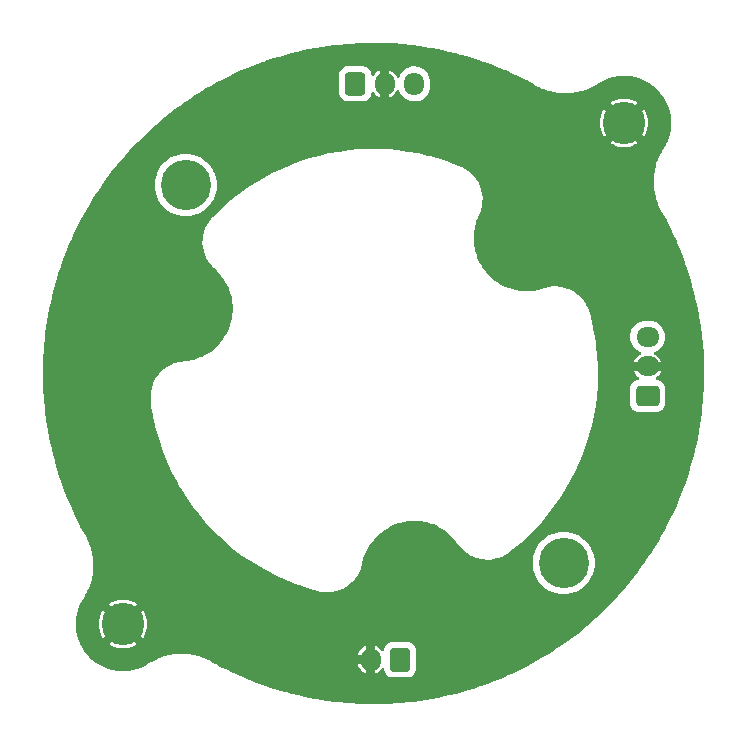
<source format=gbl>
G04 #@! TF.GenerationSoftware,KiCad,Pcbnew,7.0.7*
G04 #@! TF.CreationDate,2023-12-27T16:52:25+01:00*
G04 #@! TF.ProjectId,Roborock-CPAP,526f626f-726f-4636-9b2d-435041502e6b,rev?*
G04 #@! TF.SameCoordinates,Original*
G04 #@! TF.FileFunction,Copper,L2,Bot*
G04 #@! TF.FilePolarity,Positive*
%FSLAX46Y46*%
G04 Gerber Fmt 4.6, Leading zero omitted, Abs format (unit mm)*
G04 Created by KiCad (PCBNEW 7.0.7) date 2023-12-27 16:52:25*
%MOMM*%
%LPD*%
G01*
G04 APERTURE LIST*
G04 Aperture macros list*
%AMRoundRect*
0 Rectangle with rounded corners*
0 $1 Rounding radius*
0 $2 $3 $4 $5 $6 $7 $8 $9 X,Y pos of 4 corners*
0 Add a 4 corners polygon primitive as box body*
4,1,4,$2,$3,$4,$5,$6,$7,$8,$9,$2,$3,0*
0 Add four circle primitives for the rounded corners*
1,1,$1+$1,$2,$3*
1,1,$1+$1,$4,$5*
1,1,$1+$1,$6,$7*
1,1,$1+$1,$8,$9*
0 Add four rect primitives between the rounded corners*
20,1,$1+$1,$2,$3,$4,$5,0*
20,1,$1+$1,$4,$5,$6,$7,0*
20,1,$1+$1,$6,$7,$8,$9,0*
20,1,$1+$1,$8,$9,$2,$3,0*%
G04 Aperture macros list end*
G04 #@! TA.AperFunction,ComponentPad*
%ADD10C,3.600000*%
G04 #@! TD*
G04 #@! TA.AperFunction,ComponentPad*
%ADD11RoundRect,0.250000X0.725000X-0.600000X0.725000X0.600000X-0.725000X0.600000X-0.725000X-0.600000X0*%
G04 #@! TD*
G04 #@! TA.AperFunction,ComponentPad*
%ADD12O,1.950000X1.700000*%
G04 #@! TD*
G04 #@! TA.AperFunction,ComponentPad*
%ADD13RoundRect,0.250000X-0.600000X-0.725000X0.600000X-0.725000X0.600000X0.725000X-0.600000X0.725000X0*%
G04 #@! TD*
G04 #@! TA.AperFunction,ComponentPad*
%ADD14O,1.700000X1.950000*%
G04 #@! TD*
G04 #@! TA.AperFunction,ComponentPad*
%ADD15RoundRect,0.250000X0.600000X0.750000X-0.600000X0.750000X-0.600000X-0.750000X0.600000X-0.750000X0*%
G04 #@! TD*
G04 #@! TA.AperFunction,ComponentPad*
%ADD16O,1.700000X2.000000*%
G04 #@! TD*
G04 #@! TA.AperFunction,ComponentPad*
%ADD17C,4.250000*%
G04 #@! TD*
G04 APERTURE END LIST*
D10*
X132836798Y-116263203D03*
D11*
X177250000Y-96950000D03*
D12*
X177250000Y-94450000D03*
X177250000Y-91950000D03*
D13*
X152500000Y-70525000D03*
D14*
X155000000Y-70525000D03*
X157500000Y-70525000D03*
D10*
X175263204Y-73836797D03*
D15*
X156300000Y-119275000D03*
D16*
X153800000Y-119275000D03*
D17*
X138150000Y-79100000D03*
X170150000Y-111100000D03*
G04 #@! TA.AperFunction,Conductor*
G36*
X153909571Y-67053598D02*
G01*
X154272317Y-67055804D01*
X154833673Y-67063300D01*
X154856506Y-67063870D01*
X154878558Y-67064421D01*
X155315664Y-67083566D01*
X155869104Y-67111541D01*
X155932471Y-67115515D01*
X156356444Y-67150129D01*
X156902961Y-67198158D01*
X156983726Y-67206287D01*
X156983727Y-67206287D01*
X157393018Y-67255285D01*
X157933773Y-67323128D01*
X158030858Y-67336611D01*
X158278157Y-67375719D01*
X158424000Y-67398783D01*
X158797632Y-67459831D01*
X158959974Y-67486356D01*
X159072228Y-67506283D01*
X159447175Y-67580155D01*
X159980128Y-67687696D01*
X160106548Y-67715089D01*
X160460890Y-67798886D01*
X160992508Y-67926876D01*
X161097883Y-67953903D01*
X161132225Y-67962711D01*
X161462757Y-68054156D01*
X161995889Y-68203665D01*
X162147865Y-68248811D01*
X162449804Y-68344732D01*
X162988636Y-68517669D01*
X163152024Y-68572985D01*
X163417643Y-68668529D01*
X163969547Y-68868561D01*
X164143244Y-68934764D01*
X164358544Y-69021502D01*
X164936958Y-69255797D01*
X165014219Y-69288629D01*
X165102977Y-69326347D01*
X165120068Y-69333610D01*
X165255959Y-69394404D01*
X165889640Y-69678923D01*
X166079841Y-69768353D01*
X166826194Y-70137359D01*
X167013561Y-70234239D01*
X167720171Y-70616891D01*
X167837599Y-70680482D01*
X168022185Y-70784966D01*
X168022188Y-70784967D01*
X168022191Y-70784969D01*
X168262320Y-70895201D01*
X168327416Y-70928194D01*
X168340348Y-70931020D01*
X168368412Y-70943903D01*
X168406594Y-70961431D01*
X168406593Y-70961430D01*
X168467359Y-70983324D01*
X168703001Y-71068226D01*
X168746425Y-71085446D01*
X168753249Y-71086330D01*
X168804512Y-71104801D01*
X168871200Y-71122633D01*
X168874065Y-71124378D01*
X168888469Y-71127905D01*
X168888524Y-71127920D01*
X168917530Y-71135023D01*
X169072235Y-71176391D01*
X169213121Y-71214065D01*
X169213125Y-71214065D01*
X169213130Y-71214067D01*
X169213129Y-71214067D01*
X169251623Y-71220942D01*
X169295133Y-71228714D01*
X169302358Y-71232315D01*
X169381949Y-71244221D01*
X169629496Y-71288438D01*
X169753040Y-71299864D01*
X169756476Y-71300280D01*
X169787273Y-71304890D01*
X169787280Y-71304890D01*
X169787284Y-71304891D01*
X169829934Y-71307324D01*
X169839754Y-71307884D01*
X170050663Y-71327391D01*
X170200470Y-71328543D01*
X170203484Y-71328640D01*
X170244503Y-71330981D01*
X170294149Y-71329263D01*
X170473616Y-71330644D01*
X170652561Y-71316866D01*
X170702204Y-71315150D01*
X170702212Y-71315149D01*
X170702215Y-71315149D01*
X170719848Y-71312912D01*
X170742952Y-71309981D01*
X170745986Y-71309672D01*
X170895333Y-71298174D01*
X171104391Y-71264141D01*
X171156539Y-71257528D01*
X171186921Y-71250806D01*
X171190343Y-71250149D01*
X171312802Y-71230214D01*
X171556757Y-71168984D01*
X171561650Y-71167901D01*
X171603700Y-71158599D01*
X171603707Y-71158596D01*
X171633117Y-71152090D01*
X171642238Y-71147529D01*
X171723043Y-71127249D01*
X172012528Y-71027950D01*
X172039941Y-71019192D01*
X172039940Y-71019192D01*
X172040348Y-71019062D01*
X172040393Y-71019046D01*
X172054209Y-71014630D01*
X172057823Y-71012414D01*
X172058362Y-71012229D01*
X172123126Y-70990014D01*
X172172975Y-70968052D01*
X172178327Y-70967356D01*
X172221672Y-70946598D01*
X172510192Y-70819488D01*
X172510195Y-70819486D01*
X172510195Y-70819487D01*
X172539290Y-70803609D01*
X172574170Y-70784577D01*
X172584366Y-70782362D01*
X172649553Y-70743444D01*
X172881474Y-70616894D01*
X172881479Y-70616891D01*
X173010187Y-70531783D01*
X173010277Y-70531756D01*
X173056585Y-70501107D01*
X173059182Y-70499477D01*
X173295363Y-70359463D01*
X173335276Y-70335897D01*
X173363217Y-70319401D01*
X173365945Y-70317884D01*
X173432373Y-70283081D01*
X173434827Y-70281866D01*
X173604625Y-70202485D01*
X173729136Y-70145099D01*
X173732071Y-70143836D01*
X173748233Y-70137359D01*
X173791188Y-70120143D01*
X173964567Y-70058911D01*
X174110870Y-70008727D01*
X174113874Y-70007780D01*
X174162060Y-69993938D01*
X174342458Y-69949471D01*
X174504452Y-69911712D01*
X174507496Y-69911083D01*
X174542131Y-69904840D01*
X174731216Y-69877449D01*
X174905845Y-69855053D01*
X174908975Y-69854732D01*
X174927256Y-69853323D01*
X175126096Y-69844161D01*
X175268038Y-69840453D01*
X175310246Y-69839351D01*
X175315132Y-69839413D01*
X175522818Y-69850175D01*
X175564517Y-69853322D01*
X175707617Y-69864120D01*
X175712192Y-69864637D01*
X175917322Y-69895553D01*
X176100503Y-69928274D01*
X176104813Y-69929203D01*
X176305483Y-69979888D01*
X176485074Y-70031180D01*
X176489025Y-70032453D01*
X176683524Y-70102399D01*
X176857420Y-70171784D01*
X176861076Y-70173379D01*
X177047642Y-70261904D01*
X177213931Y-70348705D01*
X177217206Y-70350542D01*
X177394155Y-70456815D01*
X177551037Y-70560165D01*
X177553931Y-70562191D01*
X177718533Y-70684405D01*
X177720772Y-70686147D01*
X177865433Y-70804080D01*
X177867932Y-70806229D01*
X178019789Y-70943913D01*
X178021987Y-70946007D01*
X178153991Y-71078011D01*
X178156088Y-71080213D01*
X178290729Y-71228713D01*
X178293764Y-71232060D01*
X178295912Y-71234557D01*
X178332398Y-71279313D01*
X178413855Y-71379233D01*
X178415607Y-71381484D01*
X178537805Y-71546064D01*
X178539834Y-71548963D01*
X178643183Y-71705844D01*
X178749465Y-71882805D01*
X178751306Y-71886090D01*
X178838105Y-72052378D01*
X178926611Y-72238906D01*
X178928208Y-72242567D01*
X178997616Y-72416520D01*
X179067532Y-72610933D01*
X179068822Y-72614938D01*
X179086469Y-72676723D01*
X179120122Y-72794555D01*
X179170787Y-72995149D01*
X179171723Y-72999500D01*
X179204456Y-73182744D01*
X179235353Y-73387743D01*
X179235878Y-73392393D01*
X179249827Y-73577243D01*
X179260584Y-73784855D01*
X179260647Y-73789762D01*
X179255834Y-73973991D01*
X179246679Y-74172671D01*
X179245269Y-74190993D01*
X179244943Y-74194172D01*
X179222533Y-74368902D01*
X179195163Y-74557831D01*
X179188933Y-74592410D01*
X179188286Y-74595540D01*
X179150489Y-74757702D01*
X179106068Y-74937909D01*
X179092231Y-74986080D01*
X179091271Y-74989129D01*
X179041018Y-75135632D01*
X178979876Y-75308754D01*
X178978438Y-75312345D01*
X178956162Y-75367926D01*
X178954899Y-75370859D01*
X178897346Y-75495731D01*
X178818152Y-75665127D01*
X178816886Y-75667683D01*
X178782128Y-75734028D01*
X178780573Y-75736821D01*
X178740371Y-75804915D01*
X178600535Y-76040795D01*
X178598877Y-76043439D01*
X178570948Y-76085637D01*
X178570781Y-76085957D01*
X178483124Y-76218525D01*
X178483122Y-76218529D01*
X178453335Y-76273117D01*
X178356944Y-76449765D01*
X178319338Y-76512750D01*
X178315605Y-76525525D01*
X178308607Y-76538351D01*
X178280525Y-76589815D01*
X178203837Y-76763884D01*
X178153952Y-76877115D01*
X178133495Y-76919821D01*
X178132121Y-76926666D01*
X178110000Y-76976880D01*
X178109997Y-76976886D01*
X178109998Y-76976886D01*
X178109997Y-76976888D01*
X178087593Y-77042201D01*
X178085655Y-77044937D01*
X178078697Y-77066715D01*
X178072037Y-77087549D01*
X177991198Y-77323221D01*
X177981851Y-77350475D01*
X177972764Y-77376966D01*
X177972764Y-77376967D01*
X177952467Y-77457828D01*
X177948391Y-77464759D01*
X177931023Y-77543270D01*
X177869800Y-77787199D01*
X177869800Y-77787200D01*
X177849868Y-77909637D01*
X177849199Y-77913121D01*
X177842489Y-77943452D01*
X177842485Y-77943476D01*
X177835871Y-77995619D01*
X177801841Y-78204672D01*
X177790344Y-78353976D01*
X177790029Y-78357064D01*
X177784866Y-78397782D01*
X177784865Y-78397796D01*
X177783147Y-78447465D01*
X177769371Y-78626385D01*
X177770751Y-78805842D01*
X177769034Y-78855511D01*
X177771371Y-78896461D01*
X177771471Y-78899566D01*
X177772624Y-79049337D01*
X177792129Y-79260230D01*
X177795123Y-79312712D01*
X177795126Y-79312735D01*
X177799729Y-79343489D01*
X177800155Y-79347012D01*
X177811577Y-79470505D01*
X177855800Y-79718091D01*
X177867372Y-79795398D01*
X177871291Y-79804810D01*
X177885950Y-79886877D01*
X177925708Y-80035559D01*
X177964977Y-80182408D01*
X177972466Y-80212990D01*
X177972469Y-80213001D01*
X177975409Y-80225005D01*
X177977374Y-80228770D01*
X177995214Y-80295484D01*
X177995215Y-80295486D01*
X177995215Y-80295487D01*
X178013810Y-80347097D01*
X178014140Y-80352571D01*
X178032106Y-80397877D01*
X178138584Y-80693402D01*
X178169132Y-80759949D01*
X178170646Y-80770337D01*
X178205135Y-80838377D01*
X178228342Y-80888932D01*
X178252699Y-80941991D01*
X178315048Y-81077810D01*
X178418203Y-81260048D01*
X178419179Y-81261773D01*
X178865654Y-82086237D01*
X178962747Y-82274016D01*
X179331565Y-83019988D01*
X179421176Y-83210576D01*
X179705380Y-83843556D01*
X179766315Y-83979761D01*
X179844304Y-84163287D01*
X180049587Y-84670078D01*
X180078188Y-84740685D01*
X180165194Y-84956649D01*
X180231541Y-85130730D01*
X180431343Y-85682000D01*
X180526978Y-85947871D01*
X180582396Y-86111563D01*
X180755105Y-86649682D01*
X180851142Y-86951984D01*
X180896422Y-87104412D01*
X181045733Y-87636843D01*
X181137244Y-87967607D01*
X181173186Y-88107745D01*
X181301012Y-88638680D01*
X181384876Y-88993299D01*
X181412380Y-89120238D01*
X181519750Y-89652346D01*
X181593687Y-90027615D01*
X181613689Y-90140294D01*
X181701158Y-90675632D01*
X181763374Y-91069052D01*
X181776910Y-91166521D01*
X181844673Y-91706647D01*
X181893696Y-92116117D01*
X181901868Y-92197322D01*
X181949848Y-92743279D01*
X181984473Y-93167372D01*
X181988480Y-93231294D01*
X182016424Y-93784121D01*
X182035573Y-94221283D01*
X182036706Y-94266746D01*
X182044193Y-94827374D01*
X182046925Y-95276409D01*
X182046594Y-95302276D01*
X182033049Y-95871359D01*
X182031217Y-95929313D01*
X182018511Y-96331202D01*
X182018432Y-96332757D01*
X182018255Y-96336245D01*
X181982954Y-96914716D01*
X181950785Y-97378212D01*
X181893931Y-97955891D01*
X181844076Y-98420117D01*
X181766087Y-98993221D01*
X181698463Y-99457370D01*
X181599575Y-100025260D01*
X181514172Y-100488372D01*
X181394570Y-101050736D01*
X181291456Y-101511736D01*
X181151381Y-102067950D01*
X181030616Y-102526078D01*
X180870326Y-103075516D01*
X180732036Y-103529911D01*
X180551777Y-104072032D01*
X180396123Y-104521875D01*
X180196195Y-105056011D01*
X180023346Y-105500585D01*
X179804055Y-106026114D01*
X179614232Y-106464654D01*
X179375873Y-106981025D01*
X179169377Y-107412695D01*
X178912308Y-107919255D01*
X178689366Y-108343459D01*
X178413937Y-108839622D01*
X178174899Y-109255594D01*
X177881482Y-109740770D01*
X177626695Y-110147830D01*
X177315682Y-110621435D01*
X177045542Y-111018892D01*
X176717327Y-111480374D01*
X176432196Y-111867651D01*
X176087240Y-112316395D01*
X175787597Y-112692807D01*
X175426323Y-113128296D01*
X175112595Y-113493283D01*
X174735486Y-113914951D01*
X174408154Y-114267936D01*
X174015679Y-114675270D01*
X173675276Y-115015673D01*
X173267915Y-115408174D01*
X172914974Y-115735465D01*
X172493275Y-116112602D01*
X172128296Y-116426323D01*
X171692815Y-116787591D01*
X171316389Y-117087246D01*
X170867620Y-117432220D01*
X170480385Y-117717319D01*
X170018925Y-118045520D01*
X169621426Y-118315688D01*
X169147812Y-118626707D01*
X168740770Y-118881482D01*
X168255605Y-119174893D01*
X167839618Y-119413940D01*
X167343461Y-119689365D01*
X166919292Y-119912290D01*
X166412698Y-120169375D01*
X165980982Y-120375893D01*
X165464648Y-120614235D01*
X165026097Y-120804062D01*
X164500611Y-121023335D01*
X164055949Y-121196218D01*
X163521944Y-121396098D01*
X163071962Y-121551800D01*
X162529923Y-121732033D01*
X162075493Y-121870333D01*
X161526089Y-122030613D01*
X161067929Y-122151387D01*
X160511745Y-122291454D01*
X160050736Y-122394570D01*
X159488376Y-122514172D01*
X159025286Y-122599571D01*
X158457365Y-122698464D01*
X157993235Y-122766085D01*
X157420126Y-122844075D01*
X156955855Y-122893935D01*
X156378210Y-122950785D01*
X155914760Y-122982951D01*
X155336157Y-123018260D01*
X155331202Y-123018511D01*
X155249951Y-123021079D01*
X154871442Y-123033046D01*
X154302265Y-123046595D01*
X154276409Y-123046925D01*
X153827374Y-123044193D01*
X153266744Y-123036706D01*
X153221282Y-123035573D01*
X152784120Y-123016424D01*
X152231243Y-122988478D01*
X152167408Y-122984476D01*
X151743285Y-122949848D01*
X151197278Y-122901864D01*
X151116142Y-122893699D01*
X150706658Y-122844675D01*
X150166530Y-122776911D01*
X150069053Y-122763374D01*
X150069052Y-122763373D01*
X149675578Y-122701149D01*
X149140279Y-122613687D01*
X149027617Y-122593688D01*
X148652421Y-122519765D01*
X148120237Y-122412380D01*
X147993289Y-122384874D01*
X147638695Y-122301016D01*
X147107747Y-122173187D01*
X147022749Y-122151387D01*
X146967614Y-122137246D01*
X146636898Y-122045749D01*
X146104401Y-121896418D01*
X145951975Y-121851139D01*
X145649822Y-121755149D01*
X145111551Y-121582392D01*
X144947867Y-121526976D01*
X144681915Y-121431313D01*
X144130699Y-121231530D01*
X143956661Y-121165198D01*
X143740811Y-121078238D01*
X143163276Y-120844299D01*
X142979741Y-120766307D01*
X142843995Y-120705577D01*
X142588575Y-120590895D01*
X142210576Y-120421176D01*
X142127171Y-120381961D01*
X142019998Y-120331569D01*
X141728669Y-120187533D01*
X141273960Y-119962719D01*
X141086279Y-119865676D01*
X140688008Y-119650000D01*
X152719627Y-119650000D01*
X152774149Y-119835686D01*
X152774153Y-119835696D01*
X152870408Y-120022406D01*
X152870414Y-120022415D01*
X153000265Y-120187533D01*
X153000276Y-120187545D01*
X153159036Y-120325110D01*
X153159036Y-120325111D01*
X153340964Y-120430146D01*
X153340966Y-120430147D01*
X153424999Y-120459232D01*
X153425000Y-120459232D01*
X153425000Y-119849475D01*
X153445002Y-119781354D01*
X153498658Y-119734861D01*
X153568932Y-119724757D01*
X153603337Y-119734860D01*
X153657685Y-119759680D01*
X153657690Y-119759680D01*
X153657691Y-119759681D01*
X153710960Y-119767340D01*
X153764237Y-119775000D01*
X153835763Y-119775000D01*
X153942315Y-119759680D01*
X153996659Y-119734861D01*
X154066930Y-119724757D01*
X154131511Y-119754250D01*
X154169896Y-119813975D01*
X154175000Y-119849475D01*
X154175000Y-120463023D01*
X154352502Y-120381961D01*
X154523623Y-120260106D01*
X154668592Y-120108066D01*
X154712195Y-120040218D01*
X154765851Y-119993725D01*
X154836124Y-119983620D01*
X154900706Y-120013113D01*
X154939090Y-120072839D01*
X154943542Y-120095532D01*
X154952112Y-120179425D01*
X155007885Y-120347738D01*
X155100970Y-120498652D01*
X155100975Y-120498658D01*
X155226341Y-120624024D01*
X155226347Y-120624029D01*
X155226348Y-120624030D01*
X155377262Y-120717115D01*
X155545574Y-120772887D01*
X155649455Y-120783500D01*
X156950544Y-120783499D01*
X157054426Y-120772887D01*
X157222738Y-120717115D01*
X157373652Y-120624030D01*
X157499030Y-120498652D01*
X157592115Y-120347738D01*
X157647887Y-120179426D01*
X157658500Y-120075545D01*
X157658499Y-118474456D01*
X157647887Y-118370574D01*
X157592115Y-118202262D01*
X157499030Y-118051348D01*
X157499029Y-118051347D01*
X157499024Y-118051341D01*
X157373658Y-117925975D01*
X157373652Y-117925970D01*
X157373651Y-117925970D01*
X157222738Y-117832885D01*
X157138582Y-117804998D01*
X157054427Y-117777113D01*
X157054420Y-117777112D01*
X156950553Y-117766500D01*
X155649455Y-117766500D01*
X155545574Y-117777112D01*
X155377261Y-117832885D01*
X155226347Y-117925970D01*
X155226341Y-117925975D01*
X155100975Y-118051341D01*
X155100970Y-118051347D01*
X155007885Y-118202262D01*
X154952113Y-118370572D01*
X154952112Y-118370579D01*
X154944014Y-118449839D01*
X154917192Y-118515573D01*
X154859088Y-118556371D01*
X154788151Y-118559280D01*
X154726903Y-118523375D01*
X154719625Y-118514919D01*
X154599734Y-118362466D01*
X154599723Y-118362454D01*
X154440963Y-118224889D01*
X154440963Y-118224888D01*
X154259034Y-118119852D01*
X154175000Y-118090767D01*
X154175000Y-118700524D01*
X154154998Y-118768645D01*
X154101342Y-118815138D01*
X154031068Y-118825242D01*
X153996658Y-118815138D01*
X153967511Y-118801827D01*
X153942315Y-118790320D01*
X153942308Y-118790318D01*
X153835768Y-118775000D01*
X153835763Y-118775000D01*
X153764237Y-118775000D01*
X153764231Y-118775000D01*
X153657691Y-118790318D01*
X153657684Y-118790320D01*
X153603342Y-118815138D01*
X153533068Y-118825241D01*
X153468487Y-118795748D01*
X153430104Y-118736022D01*
X153425000Y-118700524D01*
X153425000Y-118086975D01*
X153424999Y-118086974D01*
X153247502Y-118168036D01*
X153247498Y-118168038D01*
X153076376Y-118289893D01*
X152931406Y-118441934D01*
X152817830Y-118618661D01*
X152739756Y-118813681D01*
X152723119Y-118899999D01*
X152723120Y-118900000D01*
X153220685Y-118900000D01*
X153288806Y-118920002D01*
X153335299Y-118973658D01*
X153345403Y-119043932D01*
X153341581Y-119061498D01*
X153300000Y-119203110D01*
X153300000Y-119346889D01*
X153341581Y-119488502D01*
X153341581Y-119559499D01*
X153303197Y-119619225D01*
X153238616Y-119648718D01*
X153220685Y-119650000D01*
X152719627Y-119650000D01*
X140688008Y-119650000D01*
X140476790Y-119535619D01*
X140262412Y-119419526D01*
X140261853Y-119419210D01*
X140261854Y-119419210D01*
X140077816Y-119315036D01*
X140077817Y-119315036D01*
X140077813Y-119315034D01*
X140077811Y-119315033D01*
X139837769Y-119204841D01*
X139772620Y-119171821D01*
X139759669Y-119168989D01*
X139693413Y-119138574D01*
X139693410Y-119138572D01*
X139693408Y-119138572D01*
X139397135Y-119031823D01*
X139353618Y-119014565D01*
X139346772Y-119013677D01*
X139316467Y-119002758D01*
X139295489Y-118995200D01*
X139276778Y-118990196D01*
X139228787Y-118977363D01*
X139225915Y-118975614D01*
X139182431Y-118964966D01*
X138886881Y-118885937D01*
X138804810Y-118871276D01*
X138797593Y-118867679D01*
X138717999Y-118855770D01*
X138470508Y-118811563D01*
X138347002Y-118800140D01*
X138343479Y-118799714D01*
X138312727Y-118795111D01*
X138260242Y-118792116D01*
X138049338Y-118772611D01*
X137899596Y-118771458D01*
X137896493Y-118771358D01*
X137855502Y-118769020D01*
X137855499Y-118769020D01*
X137855498Y-118769020D01*
X137846786Y-118769321D01*
X137805834Y-118770737D01*
X137628690Y-118769374D01*
X137626386Y-118769357D01*
X137626385Y-118769357D01*
X137447466Y-118783132D01*
X137397789Y-118784851D01*
X137357064Y-118790015D01*
X137353976Y-118790330D01*
X137222396Y-118800462D01*
X137204669Y-118801827D01*
X137077234Y-118822571D01*
X136995623Y-118835857D01*
X136984376Y-118837284D01*
X136943463Y-118842472D01*
X136913104Y-118849188D01*
X136909621Y-118849856D01*
X136787199Y-118869786D01*
X136787198Y-118869786D01*
X136543294Y-118931003D01*
X136466978Y-118947885D01*
X136457846Y-118952449D01*
X136390679Y-118969308D01*
X136376959Y-118972752D01*
X136311516Y-118995200D01*
X136087577Y-119072014D01*
X136068206Y-119078205D01*
X136045820Y-119085359D01*
X136042197Y-119087580D01*
X135976873Y-119109988D01*
X135976872Y-119109988D01*
X135926979Y-119131969D01*
X135921592Y-119132669D01*
X135878039Y-119153530D01*
X135842950Y-119168989D01*
X135589810Y-119280512D01*
X135589806Y-119280514D01*
X135525802Y-119315437D01*
X135515599Y-119317653D01*
X135450364Y-119356601D01*
X135233682Y-119474837D01*
X135218523Y-119483109D01*
X135043413Y-119598896D01*
X135040792Y-119600538D01*
X134805211Y-119740198D01*
X134736871Y-119780544D01*
X134734079Y-119782099D01*
X134667598Y-119816928D01*
X134665042Y-119818194D01*
X134495763Y-119897334D01*
X134370919Y-119954875D01*
X134367983Y-119956138D01*
X134308677Y-119979905D01*
X134135708Y-120040992D01*
X133989189Y-120091251D01*
X133986141Y-120092210D01*
X133937826Y-120106089D01*
X133757685Y-120150494D01*
X133595604Y-120188272D01*
X133592475Y-120188919D01*
X133557758Y-120195174D01*
X133368864Y-120222539D01*
X133194231Y-120244937D01*
X133191057Y-120245262D01*
X133186292Y-120245629D01*
X133172588Y-120246684D01*
X132973997Y-120255835D01*
X132789772Y-120260648D01*
X132784865Y-120260585D01*
X132577265Y-120249829D01*
X132392385Y-120235878D01*
X132387737Y-120235353D01*
X132359203Y-120231052D01*
X132182787Y-120204464D01*
X132130774Y-120195174D01*
X131999479Y-120171721D01*
X131995128Y-120170784D01*
X131794550Y-120120122D01*
X131708452Y-120095532D01*
X131614940Y-120068824D01*
X131610933Y-120067532D01*
X131416512Y-119997614D01*
X131242571Y-119928211D01*
X131238910Y-119926614D01*
X131052387Y-119838110D01*
X130886075Y-119751298D01*
X130882790Y-119749457D01*
X130858487Y-119734861D01*
X130717192Y-119650000D01*
X130705847Y-119643186D01*
X130578813Y-119559499D01*
X130548954Y-119539828D01*
X130546056Y-119537800D01*
X130387520Y-119420091D01*
X130381475Y-119415603D01*
X130379239Y-119413861D01*
X130258014Y-119315036D01*
X130234556Y-119295912D01*
X130232056Y-119293762D01*
X130217442Y-119280512D01*
X130080216Y-119156092D01*
X130078006Y-119153988D01*
X129946028Y-119022009D01*
X129943908Y-119019783D01*
X129855501Y-118922278D01*
X129806207Y-118867909D01*
X129804079Y-118865435D01*
X129686152Y-118720780D01*
X129684423Y-118718559D01*
X129562179Y-118553917D01*
X129560158Y-118551027D01*
X129456819Y-118394160D01*
X129350545Y-118217212D01*
X129348703Y-118213927D01*
X129261891Y-118047616D01*
X129204170Y-117925970D01*
X129173378Y-117861076D01*
X129171783Y-117857419D01*
X129102392Y-117683507D01*
X129099850Y-117676439D01*
X129032460Y-117489049D01*
X129031180Y-117485078D01*
X128979887Y-117305489D01*
X128929203Y-117104819D01*
X128928278Y-117100527D01*
X128895545Y-116917273D01*
X128864637Y-116712200D01*
X128864122Y-116707641D01*
X128850172Y-116522781D01*
X128839411Y-116315109D01*
X128839349Y-116310233D01*
X128840578Y-116263207D01*
X130782008Y-116263207D01*
X130801144Y-116542983D01*
X130801145Y-116542989D01*
X130858203Y-116817572D01*
X130858205Y-116817580D01*
X130952123Y-117081840D01*
X131081149Y-117330845D01*
X131146393Y-117423275D01*
X131361248Y-117208421D01*
X131423561Y-117174396D01*
X131494376Y-117179460D01*
X131546155Y-117215686D01*
X131701927Y-117398073D01*
X131884313Y-117553844D01*
X131923122Y-117613294D01*
X131923630Y-117684289D01*
X131891579Y-117738750D01*
X131674590Y-117955739D01*
X131891460Y-118087620D01*
X132148684Y-118199348D01*
X132418741Y-118275015D01*
X132696563Y-118313202D01*
X132696574Y-118313203D01*
X132977022Y-118313203D01*
X132977032Y-118313202D01*
X133254854Y-118275015D01*
X133524911Y-118199348D01*
X133782132Y-118087622D01*
X133999004Y-117955738D01*
X133782017Y-117738751D01*
X133747991Y-117676439D01*
X133753056Y-117605624D01*
X133789282Y-117553845D01*
X133971668Y-117398073D01*
X134127440Y-117215687D01*
X134186890Y-117176878D01*
X134257885Y-117176370D01*
X134312346Y-117208422D01*
X134527200Y-117423276D01*
X134527201Y-117423276D01*
X134592444Y-117330846D01*
X134592452Y-117330833D01*
X134721472Y-117081840D01*
X134815390Y-116817580D01*
X134815392Y-116817572D01*
X134872450Y-116542989D01*
X134872451Y-116542983D01*
X134891588Y-116263207D01*
X134891588Y-116263198D01*
X134872451Y-115983422D01*
X134872450Y-115983416D01*
X134815392Y-115708833D01*
X134815390Y-115708825D01*
X134721472Y-115444565D01*
X134592449Y-115195565D01*
X134527200Y-115103128D01*
X134312345Y-115317984D01*
X134250033Y-115352009D01*
X134179217Y-115346944D01*
X134127439Y-115310718D01*
X133971668Y-115128332D01*
X133789281Y-114972560D01*
X133750472Y-114913110D01*
X133749964Y-114842115D01*
X133782016Y-114787653D01*
X133999003Y-114570666D01*
X133782132Y-114438783D01*
X133524911Y-114327057D01*
X133254854Y-114251390D01*
X132977032Y-114213203D01*
X132696563Y-114213203D01*
X132418741Y-114251390D01*
X132148684Y-114327057D01*
X131891460Y-114438785D01*
X131674591Y-114570665D01*
X131891579Y-114787653D01*
X131925604Y-114849966D01*
X131920540Y-114920781D01*
X131884314Y-114972560D01*
X131701927Y-115128332D01*
X131546155Y-115310719D01*
X131486705Y-115349529D01*
X131415710Y-115350035D01*
X131361248Y-115317984D01*
X131146393Y-115103129D01*
X131081147Y-115195564D01*
X131081146Y-115195565D01*
X130952123Y-115444565D01*
X130858205Y-115708825D01*
X130858203Y-115708833D01*
X130801145Y-115983416D01*
X130801144Y-115983422D01*
X130782008Y-116263198D01*
X130782008Y-116263207D01*
X128840578Y-116263207D01*
X128844162Y-116126052D01*
X128853317Y-115927383D01*
X128853689Y-115922544D01*
X128854738Y-115908912D01*
X128855061Y-115905765D01*
X128862586Y-115847101D01*
X128877452Y-115731187D01*
X128904824Y-115542240D01*
X128911087Y-115507479D01*
X128911727Y-115504388D01*
X128925671Y-115444565D01*
X128949480Y-115342415D01*
X128993917Y-115162141D01*
X129004294Y-115126021D01*
X129007785Y-115113866D01*
X129008744Y-115110819D01*
X129058908Y-114964568D01*
X129120107Y-114791284D01*
X129143867Y-114731999D01*
X129145131Y-114729064D01*
X129202588Y-114604403D01*
X129218360Y-114570666D01*
X129281821Y-114434921D01*
X129283052Y-114432435D01*
X129317907Y-114365907D01*
X129319437Y-114363157D01*
X129359745Y-114294884D01*
X129499082Y-114059846D01*
X129501537Y-114056029D01*
X129527254Y-114019061D01*
X129531025Y-114011311D01*
X129594743Y-113914951D01*
X129616881Y-113881471D01*
X129743102Y-113650151D01*
X129780674Y-113587226D01*
X129784408Y-113574454D01*
X129790543Y-113563210D01*
X129819477Y-113510185D01*
X129946178Y-113222592D01*
X129966522Y-113180116D01*
X129967890Y-113173310D01*
X129989998Y-113123130D01*
X129989999Y-113123125D01*
X129990002Y-113123120D01*
X130012398Y-113057827D01*
X130014337Y-113055088D01*
X130019116Y-113040133D01*
X130019128Y-113040097D01*
X130019177Y-113039941D01*
X130019180Y-113039936D01*
X130019179Y-113039936D01*
X130027950Y-113012487D01*
X130127237Y-112723038D01*
X130147520Y-112642221D01*
X130151599Y-112635284D01*
X130168970Y-112556762D01*
X130173848Y-112537329D01*
X130230202Y-112312799D01*
X130250136Y-112190342D01*
X130250792Y-112186921D01*
X130257515Y-112156536D01*
X130264125Y-112104411D01*
X130298161Y-111895330D01*
X130309662Y-111745945D01*
X130309962Y-111742997D01*
X130315137Y-111702202D01*
X130316854Y-111652542D01*
X130330631Y-111473614D01*
X130329250Y-111294147D01*
X130330968Y-111244503D01*
X130328627Y-111203481D01*
X130328530Y-111200468D01*
X130327378Y-111050663D01*
X130307871Y-110839750D01*
X130304877Y-110787274D01*
X130300265Y-110756467D01*
X130299852Y-110753051D01*
X130288425Y-110629497D01*
X130244215Y-110381992D01*
X130232638Y-110304601D01*
X130228702Y-110295143D01*
X130228079Y-110291656D01*
X130214052Y-110213123D01*
X130135019Y-109917568D01*
X130124594Y-109874995D01*
X130122625Y-109871218D01*
X130104789Y-109804516D01*
X130086195Y-109752912D01*
X130085866Y-109747441D01*
X130067913Y-109702170D01*
X130062818Y-109688030D01*
X129966103Y-109419601D01*
X129961418Y-109406598D01*
X129961418Y-109406599D01*
X129961416Y-109406593D01*
X129930870Y-109340053D01*
X129929356Y-109329664D01*
X129894876Y-109261643D01*
X129784957Y-109022196D01*
X129768568Y-108993243D01*
X129680810Y-108838204D01*
X129680782Y-108838152D01*
X129234270Y-108013618D01*
X129218691Y-107983488D01*
X129137352Y-107826181D01*
X128768366Y-107079868D01*
X128721891Y-106981025D01*
X128678913Y-106889620D01*
X128394286Y-106255696D01*
X128333612Y-106120074D01*
X128255772Y-105936897D01*
X128133095Y-105634039D01*
X128021541Y-105358642D01*
X127934764Y-105143244D01*
X127868542Y-104969496D01*
X127668561Y-104417733D01*
X127572977Y-104151999D01*
X127517672Y-103988646D01*
X127458029Y-103802813D01*
X127344774Y-103449935D01*
X127248812Y-103147869D01*
X127203651Y-102995843D01*
X127054211Y-102462953D01*
X126962713Y-102132234D01*
X126962713Y-102132233D01*
X126926877Y-101992514D01*
X126798868Y-101460818D01*
X126715086Y-101106538D01*
X126687695Y-100980122D01*
X126580198Y-100447389D01*
X126547170Y-100279755D01*
X126506282Y-100072222D01*
X126486365Y-99960030D01*
X126398796Y-99424077D01*
X126336607Y-99030830D01*
X126331384Y-98993221D01*
X126323128Y-98933775D01*
X126255290Y-98393051D01*
X126206289Y-97983756D01*
X126198159Y-97902976D01*
X126150133Y-97356487D01*
X126117601Y-96958012D01*
X135166566Y-96958012D01*
X135172052Y-97040738D01*
X135172182Y-97043907D01*
X135175272Y-97238736D01*
X135191700Y-97370442D01*
X135191696Y-97370481D01*
X135195306Y-97399365D01*
X135195307Y-97399365D01*
X135195369Y-97399861D01*
X135247571Y-97818919D01*
X135328143Y-98292747D01*
X135337862Y-98358352D01*
X135340349Y-98364523D01*
X135389159Y-98651560D01*
X135498923Y-99159368D01*
X135507754Y-99204502D01*
X135509512Y-99208355D01*
X135567600Y-99477090D01*
X135710850Y-100021443D01*
X135715896Y-100042117D01*
X135716705Y-100043695D01*
X135782543Y-100293876D01*
X136033562Y-101100306D01*
X136320163Y-101894787D01*
X136641779Y-102675750D01*
X136997774Y-103441653D01*
X137387447Y-104190983D01*
X137598441Y-104556108D01*
X137810027Y-104922259D01*
X138264679Y-105634039D01*
X138750507Y-106324917D01*
X139266550Y-106993527D01*
X139811789Y-107638549D01*
X140385147Y-108258710D01*
X140985493Y-108852785D01*
X141611640Y-109419601D01*
X142262351Y-109958037D01*
X142936343Y-110467032D01*
X143632283Y-110945578D01*
X144348798Y-111392733D01*
X145084471Y-111807611D01*
X145837851Y-112189394D01*
X146607449Y-112537329D01*
X146847695Y-112633329D01*
X146848779Y-112634180D01*
X146868978Y-112641833D01*
X147391746Y-112850727D01*
X147554754Y-112907603D01*
X147651331Y-112941301D01*
X147653996Y-112943208D01*
X147698623Y-112957802D01*
X148033972Y-113074811D01*
X148189192Y-113128970D01*
X148468084Y-113212580D01*
X148472397Y-113215386D01*
X148537762Y-113233469D01*
X148998213Y-113371509D01*
X149355671Y-113461550D01*
X149355707Y-113461572D01*
X149365281Y-113463985D01*
X149365292Y-113463991D01*
X149372173Y-113465722D01*
X149565161Y-113514367D01*
X149565160Y-113514367D01*
X149759660Y-113541518D01*
X149762781Y-113542033D01*
X149839622Y-113556723D01*
X149858320Y-113555290D01*
X149886788Y-113559264D01*
X150116427Y-113566286D01*
X150182103Y-113571092D01*
X150194855Y-113568684D01*
X150211382Y-113569190D01*
X150480969Y-113548240D01*
X150524240Y-113546387D01*
X150530859Y-113544363D01*
X150535151Y-113544030D01*
X150854314Y-113484079D01*
X151165144Y-113390035D01*
X151464010Y-113262998D01*
X151747422Y-113104451D01*
X152012070Y-112916246D01*
X152254862Y-112700581D01*
X152472964Y-112459975D01*
X152663827Y-112197238D01*
X152665962Y-112193509D01*
X152669940Y-112189689D01*
X152690786Y-112150165D01*
X152825222Y-111915439D01*
X152831842Y-111900288D01*
X152838487Y-111892361D01*
X152863264Y-111828388D01*
X152955266Y-111617868D01*
X152963861Y-111590459D01*
X152972152Y-111578060D01*
X152992795Y-111498457D01*
X152993651Y-111495463D01*
X153052438Y-111308002D01*
X153083734Y-111150090D01*
X153084335Y-111147382D01*
X153095977Y-111100001D01*
X167511687Y-111100001D01*
X167530922Y-111418010D01*
X167530923Y-111418013D01*
X167588351Y-111731389D01*
X167683135Y-112035563D01*
X167813884Y-112326074D01*
X167813887Y-112326080D01*
X167978710Y-112598732D01*
X168175188Y-112849519D01*
X168175200Y-112849532D01*
X168400467Y-113074799D01*
X168400480Y-113074811D01*
X168640682Y-113262996D01*
X168651267Y-113271289D01*
X168923915Y-113436110D01*
X168923917Y-113436111D01*
X168923919Y-113436112D01*
X168923925Y-113436115D01*
X169214436Y-113566864D01*
X169214437Y-113566864D01*
X169214441Y-113566866D01*
X169518610Y-113661648D01*
X169831987Y-113719077D01*
X170043995Y-113731900D01*
X170149999Y-113738313D01*
X170150000Y-113738313D01*
X170150001Y-113738313D01*
X170229503Y-113733504D01*
X170468013Y-113719077D01*
X170781390Y-113661648D01*
X171085559Y-113566866D01*
X171376085Y-113436110D01*
X171648733Y-113271289D01*
X171899525Y-113074806D01*
X172124806Y-112849525D01*
X172321289Y-112598733D01*
X172486110Y-112326085D01*
X172616866Y-112035559D01*
X172711648Y-111731390D01*
X172769077Y-111418013D01*
X172788313Y-111100000D01*
X172769077Y-110781987D01*
X172711648Y-110468610D01*
X172616866Y-110164441D01*
X172583062Y-110089331D01*
X172486115Y-109873925D01*
X172486112Y-109873919D01*
X172444155Y-109804514D01*
X172321289Y-109601267D01*
X172316961Y-109595743D01*
X172124811Y-109350480D01*
X172124799Y-109350467D01*
X171899532Y-109125200D01*
X171899519Y-109125188D01*
X171648732Y-108928710D01*
X171376080Y-108763887D01*
X171376074Y-108763884D01*
X171085563Y-108633135D01*
X170781389Y-108538351D01*
X170468013Y-108480923D01*
X170468010Y-108480922D01*
X170150001Y-108461687D01*
X170149999Y-108461687D01*
X169831989Y-108480922D01*
X169831986Y-108480923D01*
X169518610Y-108538351D01*
X169214436Y-108633135D01*
X168923925Y-108763884D01*
X168923919Y-108763887D01*
X168651267Y-108928710D01*
X168400480Y-109125188D01*
X168400467Y-109125200D01*
X168175200Y-109350467D01*
X168175188Y-109350480D01*
X167978710Y-109601267D01*
X167813887Y-109873919D01*
X167813884Y-109873925D01*
X167683135Y-110164436D01*
X167588351Y-110468610D01*
X167530923Y-110781986D01*
X167530922Y-110781989D01*
X167511687Y-111099998D01*
X167511687Y-111100001D01*
X153095977Y-111100001D01*
X153150040Y-110879967D01*
X153159996Y-110839760D01*
X153181177Y-110754220D01*
X153182750Y-110748894D01*
X153185983Y-110739496D01*
X153258577Y-110528442D01*
X153266790Y-110504981D01*
X153316703Y-110362388D01*
X153318655Y-110357492D01*
X153410334Y-110153102D01*
X153412757Y-110147830D01*
X153487676Y-109984765D01*
X153489969Y-109980267D01*
X153597851Y-109788304D01*
X153692647Y-109624514D01*
X153695243Y-109620405D01*
X153818851Y-109440641D01*
X153929890Y-109284653D01*
X153932689Y-109281014D01*
X154071263Y-109114041D01*
X154197368Y-108968098D01*
X154200334Y-108964900D01*
X154352876Y-108811649D01*
X154492810Y-108677520D01*
X154495880Y-108674769D01*
X154661259Y-108536218D01*
X154813716Y-108415372D01*
X154816839Y-108413054D01*
X154993747Y-108290198D01*
X155157334Y-108183891D01*
X155160467Y-108181984D01*
X155347556Y-108075697D01*
X155520755Y-107985021D01*
X155523841Y-107983512D01*
X155719687Y-107894573D01*
X155900923Y-107820429D01*
X155903902Y-107819301D01*
X156106958Y-107748402D01*
X156294539Y-107691535D01*
X156297404Y-107690742D01*
X156504762Y-107638773D01*
X156507350Y-107638186D01*
X156698340Y-107599393D01*
X156701048Y-107598907D01*
X156912164Y-107565875D01*
X156915137Y-107565484D01*
X157110053Y-107544662D01*
X157324660Y-107530725D01*
X157327820Y-107530603D01*
X157523695Y-107528166D01*
X157738646Y-107533650D01*
X157742101Y-107533835D01*
X157936980Y-107549759D01*
X158150662Y-107574630D01*
X158154321Y-107575166D01*
X158346416Y-107609229D01*
X158557209Y-107653327D01*
X158561052Y-107654259D01*
X158748573Y-107706051D01*
X158954821Y-107769079D01*
X158958764Y-107770430D01*
X159139970Y-107839350D01*
X159340166Y-107920927D01*
X159344179Y-107922730D01*
X159511838Y-108005259D01*
X159517195Y-108007896D01*
X159709921Y-108107571D01*
X159713984Y-108109867D01*
X159877023Y-108210141D01*
X160060978Y-108327443D01*
X160064979Y-108330219D01*
X160216158Y-108444044D01*
X160346366Y-108544686D01*
X160390348Y-108578681D01*
X160394267Y-108581973D01*
X160450373Y-108633135D01*
X160531147Y-108706791D01*
X160695270Y-108859191D01*
X160699033Y-108862996D01*
X160817361Y-108993243D01*
X160973087Y-109166535D01*
X160976635Y-109170855D01*
X161032183Y-109244942D01*
X161064028Y-109287417D01*
X161153077Y-109406593D01*
X161219028Y-109494859D01*
X161219921Y-109496172D01*
X161219966Y-109496238D01*
X161220247Y-109496651D01*
X161249067Y-109539009D01*
X161311212Y-109630545D01*
X161352126Y-109678664D01*
X161437515Y-109779090D01*
X161439502Y-109781549D01*
X161487491Y-109844095D01*
X161502518Y-109855540D01*
X161521565Y-109877941D01*
X161521568Y-109877944D01*
X161687173Y-110034721D01*
X161733595Y-110082567D01*
X161744858Y-110089331D01*
X161757399Y-110101204D01*
X161971054Y-110263590D01*
X162005432Y-110291656D01*
X162011873Y-110294614D01*
X162015934Y-110297701D01*
X162294170Y-110465157D01*
X162445843Y-110535389D01*
X162588853Y-110601610D01*
X162588856Y-110601611D01*
X162739839Y-110652574D01*
X162896536Y-110705466D01*
X163050589Y-110739496D01*
X163213631Y-110775512D01*
X163213637Y-110775513D01*
X163372691Y-110792965D01*
X163536435Y-110810932D01*
X163861175Y-110811310D01*
X163861175Y-110811309D01*
X163861177Y-110811310D01*
X163909679Y-110806102D01*
X164184060Y-110776643D01*
X164501318Y-110707335D01*
X164506140Y-110705719D01*
X164511789Y-110705506D01*
X164554716Y-110689449D01*
X164809245Y-110604195D01*
X164824922Y-110596979D01*
X164835282Y-110595458D01*
X164897065Y-110563777D01*
X165104243Y-110468430D01*
X165129461Y-110453332D01*
X165144065Y-110449542D01*
X165212935Y-110403450D01*
X165215616Y-110401753D01*
X165382868Y-110301623D01*
X165511616Y-110204217D01*
X165511957Y-110203960D01*
X165511958Y-110203961D01*
X165512357Y-110203660D01*
X165518995Y-110198640D01*
X165849171Y-109948922D01*
X165886996Y-109917574D01*
X166219300Y-109642173D01*
X166271215Y-109600987D01*
X166275320Y-109595745D01*
X166499466Y-109409983D01*
X166884487Y-109060902D01*
X166919046Y-109030787D01*
X166921502Y-109027342D01*
X167125175Y-108842683D01*
X167525062Y-108446360D01*
X167540329Y-108431764D01*
X167541299Y-108430268D01*
X167725061Y-108248145D01*
X168297940Y-107627540D01*
X168842680Y-106982097D01*
X169358206Y-106313088D01*
X169843499Y-105621835D01*
X170297601Y-104909704D01*
X170719616Y-104178100D01*
X171108709Y-103428470D01*
X171464113Y-102662292D01*
X171785125Y-101881081D01*
X172071111Y-101086379D01*
X172321507Y-100279755D01*
X172535818Y-99462803D01*
X172713621Y-98637136D01*
X172854565Y-97804385D01*
X172958371Y-96966194D01*
X173024835Y-96124219D01*
X173053825Y-95280122D01*
X173045283Y-94435571D01*
X172999228Y-93592233D01*
X172915749Y-92751774D01*
X172878767Y-92495734D01*
X172878962Y-92494370D01*
X172875491Y-92473051D01*
X172795011Y-91915854D01*
X172790503Y-91892144D01*
X175762815Y-91892144D01*
X175772630Y-92123178D01*
X175821351Y-92349240D01*
X175907575Y-92563815D01*
X175907577Y-92563819D01*
X176023307Y-92751775D01*
X176028821Y-92760730D01*
X176181602Y-92934324D01*
X176361524Y-93079600D01*
X176563409Y-93192380D01*
X176605472Y-93207242D01*
X176644716Y-93221108D01*
X176702282Y-93262661D01*
X176728244Y-93328741D01*
X176714359Y-93398366D01*
X176665036Y-93449433D01*
X176660477Y-93451903D01*
X176527589Y-93520411D01*
X176527584Y-93520414D01*
X176362466Y-93650265D01*
X176362454Y-93650276D01*
X176224889Y-93809036D01*
X176224888Y-93809036D01*
X176119853Y-93990964D01*
X176119852Y-93990966D01*
X176090767Y-94074999D01*
X176090768Y-94075000D01*
X176697638Y-94075000D01*
X176765759Y-94095002D01*
X176812252Y-94148658D01*
X176822356Y-94218932D01*
X176815615Y-94241883D01*
X176816020Y-94242002D01*
X176775000Y-94381704D01*
X176775000Y-94518295D01*
X176816020Y-94657998D01*
X176813967Y-94658600D01*
X176822357Y-94716924D01*
X176792867Y-94781507D01*
X176733144Y-94819894D01*
X176697638Y-94825000D01*
X176086976Y-94825000D01*
X176168038Y-95002502D01*
X176289893Y-95173623D01*
X176441936Y-95318595D01*
X176509781Y-95362196D01*
X176556274Y-95415851D01*
X176566379Y-95486125D01*
X176536886Y-95550706D01*
X176477160Y-95589090D01*
X176454467Y-95593542D01*
X176370574Y-95602112D01*
X176202261Y-95657885D01*
X176051347Y-95750970D01*
X176051341Y-95750975D01*
X175925975Y-95876341D01*
X175925970Y-95876347D01*
X175832885Y-96027262D01*
X175777113Y-96195572D01*
X175777112Y-96195579D01*
X175766500Y-96299446D01*
X175766500Y-97600544D01*
X175777112Y-97704425D01*
X175832885Y-97872738D01*
X175925970Y-98023652D01*
X175925975Y-98023658D01*
X176051341Y-98149024D01*
X176051347Y-98149029D01*
X176051348Y-98149030D01*
X176202262Y-98242115D01*
X176370574Y-98297887D01*
X176474455Y-98308500D01*
X178025544Y-98308499D01*
X178129426Y-98297887D01*
X178297738Y-98242115D01*
X178448652Y-98149030D01*
X178574030Y-98023652D01*
X178667115Y-97872738D01*
X178722887Y-97704426D01*
X178733500Y-97600545D01*
X178733499Y-96299456D01*
X178731765Y-96282486D01*
X178722887Y-96195574D01*
X178722886Y-96195572D01*
X178667115Y-96027262D01*
X178574030Y-95876348D01*
X178574029Y-95876347D01*
X178574024Y-95876341D01*
X178448658Y-95750975D01*
X178448652Y-95750970D01*
X178369478Y-95702135D01*
X178297738Y-95657885D01*
X178213581Y-95629998D01*
X178129427Y-95602113D01*
X178129420Y-95602112D01*
X178050161Y-95594014D01*
X177984426Y-95567192D01*
X177943628Y-95509088D01*
X177940719Y-95438151D01*
X177976624Y-95376903D01*
X177985080Y-95369624D01*
X178137539Y-95249728D01*
X178137545Y-95249723D01*
X178275110Y-95090963D01*
X178275111Y-95090963D01*
X178380146Y-94909035D01*
X178380147Y-94909033D01*
X178409232Y-94825000D01*
X177802362Y-94825000D01*
X177734241Y-94804998D01*
X177687748Y-94751342D01*
X177677644Y-94681068D01*
X177684384Y-94658116D01*
X177683980Y-94657998D01*
X177725000Y-94518295D01*
X177725000Y-94381704D01*
X177683980Y-94242002D01*
X177686032Y-94241399D01*
X177677643Y-94183076D01*
X177707133Y-94118493D01*
X177766856Y-94080106D01*
X177802362Y-94075000D01*
X178413023Y-94075000D01*
X178331961Y-93897497D01*
X178210106Y-93726376D01*
X178058065Y-93581406D01*
X177881341Y-93467832D01*
X177855778Y-93457598D01*
X177799972Y-93413710D01*
X177776752Y-93346618D01*
X177793491Y-93277623D01*
X177844874Y-93228630D01*
X177850675Y-93225825D01*
X178039929Y-93140278D01*
X178231523Y-93010783D01*
X178398476Y-92850772D01*
X178535985Y-92664847D01*
X178640095Y-92458357D01*
X178707811Y-92237243D01*
X178737184Y-92007865D01*
X178736957Y-92002525D01*
X178727369Y-91776821D01*
X178688537Y-91596642D01*
X178678649Y-91550762D01*
X178592426Y-91336187D01*
X178471179Y-91139270D01*
X178318398Y-90965676D01*
X178138476Y-90820400D01*
X177936591Y-90707620D01*
X177936590Y-90707619D01*
X177936589Y-90707619D01*
X177718557Y-90630582D01*
X177667046Y-90621749D01*
X177490625Y-90591500D01*
X177067287Y-90591500D01*
X176894582Y-90606198D01*
X176894578Y-90606199D01*
X176670798Y-90664468D01*
X176670794Y-90664469D01*
X176670793Y-90664470D01*
X176615981Y-90689246D01*
X176460076Y-90759719D01*
X176460070Y-90759722D01*
X176268478Y-90889216D01*
X176268477Y-90889217D01*
X176101521Y-91049230D01*
X175964013Y-91235154D01*
X175859903Y-91441647D01*
X175828662Y-91543660D01*
X175792189Y-91662757D01*
X175777583Y-91776822D01*
X175762815Y-91892144D01*
X172790503Y-91892144D01*
X172743662Y-91645786D01*
X172743982Y-91642530D01*
X172734319Y-91596642D01*
X172653399Y-91171042D01*
X172637254Y-91086124D01*
X172570215Y-90802787D01*
X172570489Y-90797649D01*
X172553477Y-90732046D01*
X172442788Y-90264222D01*
X172341665Y-89908319D01*
X172341666Y-89908203D01*
X172306172Y-89783205D01*
X172283055Y-89701794D01*
X172209131Y-89519315D01*
X172208031Y-89516390D01*
X172182396Y-89442681D01*
X172171829Y-89427236D01*
X172161123Y-89400807D01*
X172052132Y-89197951D01*
X172023566Y-89138898D01*
X172015135Y-89129091D01*
X172007424Y-89114739D01*
X171854100Y-88891179D01*
X171831060Y-88854947D01*
X171826038Y-88850263D01*
X171823747Y-88846922D01*
X171757615Y-88769870D01*
X171612242Y-88600491D01*
X171494604Y-88490151D01*
X171375384Y-88378327D01*
X171367852Y-88372657D01*
X171366682Y-88371776D01*
X171366678Y-88371772D01*
X171163097Y-88218524D01*
X171115931Y-88183019D01*
X170933399Y-88074311D01*
X170836914Y-88016849D01*
X170541595Y-87881759D01*
X170240058Y-87781533D01*
X170240056Y-87781532D01*
X170233443Y-87779334D01*
X170233434Y-87779332D01*
X170233431Y-87779331D01*
X169916007Y-87710754D01*
X169764153Y-87694805D01*
X169593031Y-87676832D01*
X169588970Y-87676846D01*
X169583713Y-87675321D01*
X169539320Y-87677019D01*
X169287485Y-87677895D01*
X169268287Y-87677962D01*
X169252095Y-87679776D01*
X169241950Y-87677992D01*
X169174382Y-87688485D01*
X168945570Y-87714129D01*
X168945566Y-87714129D01*
X168945565Y-87714130D01*
X168917723Y-87720347D01*
X168902894Y-87719369D01*
X168823802Y-87741242D01*
X168820741Y-87742007D01*
X168628632Y-87784911D01*
X168628625Y-87784913D01*
X168476253Y-87836755D01*
X168473531Y-87837613D01*
X168209426Y-87914318D01*
X168084694Y-87950300D01*
X168079270Y-87951607D01*
X167850508Y-87996149D01*
X167677636Y-88028836D01*
X167672340Y-88029607D01*
X167449510Y-88052402D01*
X167265121Y-88069581D01*
X167260005Y-88069849D01*
X167039818Y-88072401D01*
X166850630Y-88072198D01*
X166845738Y-88072003D01*
X166628255Y-88054835D01*
X166437713Y-88036672D01*
X166433085Y-88036057D01*
X166219227Y-87999538D01*
X166029838Y-87963309D01*
X166025509Y-87962321D01*
X165816595Y-87906860D01*
X165630460Y-87852733D01*
X165626457Y-87851423D01*
X165423902Y-87777520D01*
X165243007Y-87705906D01*
X165239350Y-87704323D01*
X165044570Y-87612575D01*
X164870731Y-87524067D01*
X164867435Y-87522263D01*
X164681895Y-87413412D01*
X164516791Y-87308768D01*
X164513865Y-87306796D01*
X164338992Y-87181711D01*
X164184190Y-87061847D01*
X164181633Y-87059758D01*
X164018782Y-86919419D01*
X163986473Y-86889148D01*
X163875737Y-86785396D01*
X163873564Y-86783259D01*
X163843339Y-86752036D01*
X163724975Y-86629763D01*
X163723069Y-86627703D01*
X163594042Y-86481767D01*
X163592262Y-86479659D01*
X163458107Y-86313354D01*
X163456264Y-86310951D01*
X163407983Y-86244734D01*
X163340769Y-86152547D01*
X163257585Y-86027891D01*
X163221423Y-85973700D01*
X163219696Y-85970958D01*
X163119695Y-85802621D01*
X163016969Y-85613721D01*
X163015370Y-85610574D01*
X162972839Y-85520714D01*
X162931763Y-85433929D01*
X162846450Y-85236412D01*
X162845081Y-85232967D01*
X162778539Y-85049586D01*
X162711332Y-84844978D01*
X162710214Y-84841172D01*
X162661318Y-84652916D01*
X162612777Y-84442775D01*
X162611974Y-84438681D01*
X162581057Y-84247274D01*
X162573332Y-84191093D01*
X162551612Y-84033138D01*
X162551169Y-84028776D01*
X162538416Y-83836338D01*
X162528375Y-83619597D01*
X162528333Y-83614988D01*
X162533655Y-83423600D01*
X162543265Y-83205642D01*
X162543666Y-83200827D01*
X162566656Y-83012964D01*
X162596164Y-82794771D01*
X162597049Y-82789772D01*
X162636683Y-82608920D01*
X162686638Y-82390440D01*
X162688024Y-82385380D01*
X162741646Y-82217818D01*
X162813912Y-81996147D01*
X162815861Y-81990957D01*
X162860426Y-81886561D01*
X162975911Y-81617549D01*
X162975910Y-81617548D01*
X162975993Y-81617357D01*
X162977177Y-81614762D01*
X163000360Y-81566864D01*
X163046583Y-81471364D01*
X163112563Y-81286335D01*
X163113693Y-81283403D01*
X163143628Y-81211143D01*
X163146011Y-81192539D01*
X163155659Y-81165485D01*
X163209034Y-80941975D01*
X163227029Y-80878657D01*
X163227255Y-80865676D01*
X163231087Y-80849629D01*
X163231089Y-80849622D01*
X163265157Y-80581296D01*
X163272093Y-80538612D01*
X163271453Y-80531714D01*
X163271993Y-80527463D01*
X163277894Y-80202772D01*
X163248721Y-79879340D01*
X163245019Y-79860897D01*
X163184818Y-79560951D01*
X163184816Y-79560941D01*
X163106339Y-79312712D01*
X163086926Y-79251305D01*
X162956194Y-78954037D01*
X162794145Y-78672613D01*
X162760400Y-78626386D01*
X162602677Y-78410322D01*
X162551363Y-78353976D01*
X162384016Y-78170219D01*
X162380795Y-78167371D01*
X162377861Y-78162703D01*
X162343349Y-78134263D01*
X162140720Y-77955114D01*
X162127239Y-77945575D01*
X162120818Y-77937459D01*
X162063154Y-77900223D01*
X161875642Y-77767526D01*
X161875629Y-77767518D01*
X161850534Y-77753555D01*
X161840077Y-77742931D01*
X161766319Y-77706609D01*
X161763521Y-77705143D01*
X161591862Y-77609635D01*
X161512836Y-77576270D01*
X161442737Y-77546674D01*
X161442738Y-77546674D01*
X161442278Y-77546479D01*
X161442138Y-77546420D01*
X161441749Y-77546256D01*
X161053261Y-77382160D01*
X160602701Y-77215051D01*
X160540984Y-77190648D01*
X160534385Y-77189713D01*
X160261378Y-77088457D01*
X159766664Y-76929593D01*
X159723229Y-76914697D01*
X159719006Y-76914289D01*
X159457228Y-76830227D01*
X159457228Y-76830226D01*
X158914236Y-76682124D01*
X158893810Y-76676157D01*
X158892018Y-76676064D01*
X158642399Y-76607980D01*
X157818501Y-76422154D01*
X156987160Y-76273117D01*
X156150018Y-76161163D01*
X155308729Y-76086513D01*
X154464955Y-76049315D01*
X153620360Y-76049641D01*
X152776614Y-76087492D01*
X151935383Y-76162792D01*
X151098329Y-76275393D01*
X150267103Y-76425072D01*
X149443349Y-76611535D01*
X148628692Y-76834412D01*
X147824742Y-77093263D01*
X147033086Y-77387578D01*
X146255288Y-77716774D01*
X145492885Y-78080203D01*
X144747381Y-78477145D01*
X144020249Y-78906818D01*
X143312924Y-79368372D01*
X142626805Y-79860897D01*
X142423512Y-80020980D01*
X142422228Y-80021494D01*
X142405413Y-80035232D01*
X141963246Y-80383418D01*
X141754991Y-80562958D01*
X141752007Y-80564311D01*
X141717025Y-80595689D01*
X141323557Y-80934906D01*
X141111678Y-81134652D01*
X141107086Y-81136986D01*
X141058667Y-81184627D01*
X140977219Y-81261411D01*
X140709002Y-81514269D01*
X140414916Y-81817334D01*
X140414568Y-81817693D01*
X140410113Y-81822288D01*
X140301824Y-81933847D01*
X140181346Y-82088344D01*
X140179340Y-82090788D01*
X140128071Y-82150134D01*
X140119938Y-82167093D01*
X140102126Y-82189934D01*
X139981534Y-82384792D01*
X139944370Y-82439505D01*
X139940059Y-82451810D01*
X139931231Y-82466075D01*
X139814869Y-82709410D01*
X139794677Y-82748120D01*
X139793106Y-82754922D01*
X139791137Y-82759039D01*
X139683471Y-83065419D01*
X139609497Y-83381633D01*
X139570082Y-83703954D01*
X139570080Y-83703987D01*
X139565678Y-84028671D01*
X139565679Y-84028694D01*
X139596343Y-84351974D01*
X139596346Y-84351997D01*
X139661714Y-84670060D01*
X139661715Y-84670062D01*
X139661716Y-84670068D01*
X139661719Y-84670078D01*
X139753775Y-84956649D01*
X139761040Y-84979264D01*
X139893139Y-85275914D01*
X139893145Y-85275925D01*
X139895438Y-85279866D01*
X139896767Y-85285266D01*
X139920806Y-85323454D01*
X140056493Y-85556598D01*
X140066441Y-85570094D01*
X140069998Y-85579851D01*
X140113203Y-85633534D01*
X140179532Y-85723520D01*
X140249173Y-85818000D01*
X140249178Y-85818006D01*
X140249184Y-85818013D01*
X140268763Y-85839313D01*
X140275376Y-85852737D01*
X140334136Y-85910549D01*
X140336335Y-85912824D01*
X140468940Y-86057085D01*
X140570237Y-86145794D01*
X140570269Y-86145837D01*
X140590005Y-86163108D01*
X140592126Y-86165051D01*
X140790612Y-86355422D01*
X140857826Y-86420122D01*
X140884146Y-86445458D01*
X140887990Y-86449501D01*
X141040898Y-86625287D01*
X141155688Y-86758706D01*
X141159003Y-86762908D01*
X141290125Y-86944438D01*
X141397241Y-87095593D01*
X141400031Y-87099890D01*
X141512311Y-87289262D01*
X141606749Y-87453234D01*
X141609021Y-87457560D01*
X141639865Y-87522263D01*
X141702892Y-87654481D01*
X141782445Y-87828602D01*
X141784226Y-87832917D01*
X141852301Y-88016849D01*
X141859410Y-88036057D01*
X141859509Y-88036323D01*
X141922854Y-88218524D01*
X141924163Y-88222767D01*
X141980582Y-88431393D01*
X142026777Y-88619660D01*
X142027644Y-88623782D01*
X142064921Y-88836156D01*
X142093353Y-89028650D01*
X142093810Y-89032608D01*
X142111742Y-89247122D01*
X142122014Y-89441961D01*
X142122100Y-89445718D01*
X142120603Y-89660794D01*
X142112530Y-89856140D01*
X142112285Y-89859660D01*
X142091396Y-90073630D01*
X142064992Y-90267631D01*
X142064461Y-90270890D01*
X142024349Y-90482103D01*
X141979804Y-90672989D01*
X141979033Y-90675964D01*
X141920416Y-90881329D01*
X141919573Y-90884048D01*
X141857709Y-91068739D01*
X141856744Y-91071417D01*
X141779827Y-91270673D01*
X141778650Y-91273513D01*
X141699233Y-91452702D01*
X141604028Y-91645463D01*
X141602489Y-91648384D01*
X141506707Y-91819154D01*
X141394503Y-92002525D01*
X141392578Y-92005482D01*
X141281361Y-92166272D01*
X141152998Y-92338865D01*
X141150668Y-92341811D01*
X141025118Y-92491140D01*
X140881573Y-92651593D01*
X140878824Y-92654477D01*
X140740194Y-92790994D01*
X140582514Y-92938066D01*
X140579339Y-92940834D01*
X140429087Y-93063272D01*
X140258352Y-93195848D01*
X140254751Y-93198447D01*
X140094477Y-93305705D01*
X139911839Y-93422741D01*
X139907819Y-93425112D01*
X139739421Y-93516192D01*
X139545894Y-93616828D01*
X139541466Y-93618916D01*
X139367314Y-93692923D01*
X139163612Y-93776458D01*
X139158796Y-93778208D01*
X138982279Y-93834333D01*
X138768252Y-93900261D01*
X138763075Y-93901618D01*
X138591106Y-93938971D01*
X138363114Y-93987198D01*
X138357615Y-93988109D01*
X138236783Y-94002680D01*
X137953205Y-94036327D01*
X137907007Y-94039753D01*
X137792272Y-94048122D01*
X137717646Y-94061781D01*
X137600553Y-94083214D01*
X137597441Y-94083704D01*
X137519245Y-94093993D01*
X137501806Y-94101289D01*
X137472842Y-94106591D01*
X137254383Y-94171583D01*
X137189677Y-94187876D01*
X137178164Y-94194259D01*
X137161576Y-94199194D01*
X136914226Y-94302982D01*
X136872673Y-94318743D01*
X136866873Y-94322852D01*
X136865704Y-94323342D01*
X136862131Y-94324841D01*
X136577991Y-94482071D01*
X136312476Y-94669046D01*
X136068684Y-94883585D01*
X135849481Y-95123167D01*
X135657407Y-95385011D01*
X135657401Y-95385020D01*
X135494702Y-95666067D01*
X135363281Y-95963033D01*
X135264680Y-96272433D01*
X135263655Y-96277481D01*
X135261010Y-96282486D01*
X135253440Y-96327775D01*
X135200042Y-96590672D01*
X135198447Y-96607913D01*
X135194582Y-96617646D01*
X135191124Y-96687063D01*
X135170121Y-96914037D01*
X135170588Y-96943468D01*
X135166566Y-96958012D01*
X126117601Y-96958012D01*
X126115515Y-96932467D01*
X126111537Y-96869027D01*
X126102339Y-96687063D01*
X126083570Y-96315726D01*
X126064421Y-95878558D01*
X126063300Y-95833601D01*
X126063051Y-95814956D01*
X126055805Y-95272363D01*
X126054469Y-95052717D01*
X126053075Y-94823431D01*
X126053396Y-94798161D01*
X126066957Y-94228431D01*
X126081495Y-93768640D01*
X126081723Y-93764121D01*
X126117059Y-93185073D01*
X126149210Y-92721851D01*
X126206093Y-92143871D01*
X126208317Y-92123178D01*
X126255920Y-91679921D01*
X126333942Y-91106579D01*
X126401524Y-90642711D01*
X126403636Y-90630582D01*
X126500483Y-90074413D01*
X126500628Y-90073630D01*
X126585804Y-89611743D01*
X126705463Y-89049114D01*
X126808530Y-88588323D01*
X126948664Y-88031874D01*
X126981619Y-87906860D01*
X127069367Y-87573983D01*
X127229729Y-87024297D01*
X127343740Y-86649682D01*
X127367942Y-86570157D01*
X127548277Y-86027808D01*
X127575938Y-85947871D01*
X127703838Y-85578229D01*
X127903832Y-85043917D01*
X127937763Y-84956649D01*
X128076633Y-84599467D01*
X128295994Y-84073771D01*
X128485750Y-83635388D01*
X128602884Y-83381633D01*
X128724155Y-83118915D01*
X128930604Y-82687343D01*
X129187755Y-82180621D01*
X129410577Y-81756645D01*
X129686175Y-81260178D01*
X129925030Y-80844526D01*
X130218587Y-80359119D01*
X130473247Y-79952259D01*
X130784401Y-79478441D01*
X130938789Y-79251290D01*
X131041614Y-79100001D01*
X135511687Y-79100001D01*
X135530922Y-79418010D01*
X135530923Y-79418013D01*
X135588351Y-79731389D01*
X135683135Y-80035563D01*
X135813884Y-80326074D01*
X135813887Y-80326080D01*
X135978710Y-80598732D01*
X136175188Y-80849519D01*
X136175200Y-80849532D01*
X136400467Y-81074799D01*
X136400480Y-81074811D01*
X136636919Y-81260048D01*
X136651267Y-81271289D01*
X136923915Y-81436110D01*
X136923917Y-81436111D01*
X136923919Y-81436112D01*
X136923925Y-81436115D01*
X137214436Y-81566864D01*
X137214437Y-81566864D01*
X137214441Y-81566866D01*
X137518610Y-81661648D01*
X137831987Y-81719077D01*
X138043995Y-81731901D01*
X138149999Y-81738313D01*
X138150000Y-81738313D01*
X138150001Y-81738313D01*
X138229503Y-81733504D01*
X138468013Y-81719077D01*
X138781390Y-81661648D01*
X139085559Y-81566866D01*
X139376085Y-81436110D01*
X139648733Y-81271289D01*
X139895691Y-81077810D01*
X139899519Y-81074811D01*
X139899521Y-81074809D01*
X139899525Y-81074806D01*
X140124806Y-80849525D01*
X140321289Y-80598733D01*
X140486110Y-80326085D01*
X140499883Y-80295484D01*
X140616864Y-80035563D01*
X140616866Y-80035559D01*
X140711648Y-79731390D01*
X140769077Y-79418013D01*
X140788313Y-79100000D01*
X140785248Y-79049337D01*
X140769077Y-78781989D01*
X140769077Y-78781987D01*
X140711648Y-78468610D01*
X140616866Y-78164441D01*
X140603284Y-78134263D01*
X140486115Y-77873925D01*
X140486112Y-77873919D01*
X140433689Y-77787201D01*
X140321289Y-77601267D01*
X140283568Y-77553120D01*
X140124811Y-77350480D01*
X140124799Y-77350467D01*
X139899532Y-77125200D01*
X139899519Y-77125188D01*
X139648732Y-76928710D01*
X139376080Y-76763887D01*
X139376074Y-76763884D01*
X139085563Y-76633135D01*
X138781389Y-76538351D01*
X138468013Y-76480923D01*
X138468010Y-76480922D01*
X138150001Y-76461687D01*
X138149999Y-76461687D01*
X137831989Y-76480922D01*
X137831986Y-76480923D01*
X137518610Y-76538351D01*
X137214436Y-76633135D01*
X136923925Y-76763884D01*
X136923919Y-76763887D01*
X136651267Y-76928710D01*
X136400480Y-77125188D01*
X136400467Y-77125200D01*
X136175200Y-77350467D01*
X136175188Y-77350480D01*
X135978710Y-77601267D01*
X135813887Y-77873919D01*
X135813884Y-77873925D01*
X135683135Y-78164436D01*
X135588351Y-78468610D01*
X135530923Y-78781986D01*
X135530922Y-78781989D01*
X135511687Y-79099998D01*
X135511687Y-79100001D01*
X131041614Y-79100001D01*
X131054387Y-79081207D01*
X131382746Y-78619525D01*
X131419047Y-78570220D01*
X131667723Y-78232456D01*
X132012830Y-77783513D01*
X132204076Y-77543270D01*
X132312282Y-77407340D01*
X132673771Y-76971591D01*
X132718272Y-76919821D01*
X132987282Y-76606856D01*
X133364593Y-76184961D01*
X133691772Y-75832141D01*
X134084401Y-75424648D01*
X134424622Y-75084426D01*
X134832183Y-74691732D01*
X135184941Y-74364611D01*
X135606790Y-73987340D01*
X135781924Y-73836801D01*
X173208414Y-73836801D01*
X173227550Y-74116577D01*
X173227551Y-74116583D01*
X173284609Y-74391166D01*
X173284611Y-74391174D01*
X173378529Y-74655434D01*
X173507555Y-74904439D01*
X173572799Y-74996869D01*
X173787654Y-74782015D01*
X173849967Y-74747990D01*
X173920782Y-74753054D01*
X173972561Y-74789280D01*
X174128333Y-74971667D01*
X174310719Y-75127438D01*
X174349528Y-75186888D01*
X174350036Y-75257883D01*
X174317985Y-75312344D01*
X174100996Y-75529333D01*
X174317866Y-75661214D01*
X174575090Y-75772942D01*
X174845147Y-75848609D01*
X175122969Y-75886796D01*
X175122980Y-75886797D01*
X175403428Y-75886797D01*
X175403438Y-75886796D01*
X175681260Y-75848609D01*
X175951317Y-75772942D01*
X176208538Y-75661216D01*
X176425410Y-75529332D01*
X176208423Y-75312345D01*
X176174397Y-75250033D01*
X176179462Y-75179218D01*
X176215688Y-75127439D01*
X176398074Y-74971667D01*
X176553846Y-74789281D01*
X176613296Y-74750472D01*
X176684291Y-74749964D01*
X176738752Y-74782016D01*
X176953606Y-74996870D01*
X176953607Y-74996870D01*
X177018850Y-74904440D01*
X177018858Y-74904427D01*
X177147878Y-74655434D01*
X177241796Y-74391174D01*
X177241798Y-74391166D01*
X177298856Y-74116583D01*
X177298857Y-74116577D01*
X177317994Y-73836801D01*
X177317994Y-73836792D01*
X177298857Y-73557016D01*
X177298856Y-73557010D01*
X177241798Y-73282427D01*
X177241796Y-73282419D01*
X177147878Y-73018159D01*
X177018855Y-72769159D01*
X176953606Y-72676722D01*
X176738751Y-72891578D01*
X176676439Y-72925603D01*
X176605623Y-72920538D01*
X176553845Y-72884312D01*
X176398074Y-72701926D01*
X176215687Y-72546154D01*
X176176878Y-72486704D01*
X176176370Y-72415709D01*
X176208422Y-72361247D01*
X176425409Y-72144260D01*
X176208538Y-72012377D01*
X175951317Y-71900651D01*
X175681260Y-71824984D01*
X175403438Y-71786797D01*
X175122969Y-71786797D01*
X174845147Y-71824984D01*
X174575090Y-71900651D01*
X174317866Y-72012379D01*
X174100997Y-72144259D01*
X174317985Y-72361247D01*
X174352010Y-72423560D01*
X174346946Y-72494375D01*
X174310720Y-72546154D01*
X174128333Y-72701926D01*
X173972561Y-72884313D01*
X173913111Y-72923123D01*
X173842116Y-72923629D01*
X173787654Y-72891578D01*
X173572799Y-72676723D01*
X173507553Y-72769158D01*
X173507552Y-72769159D01*
X173378529Y-73018159D01*
X173284611Y-73282419D01*
X173284609Y-73282427D01*
X173227551Y-73557010D01*
X173227550Y-73557016D01*
X173208414Y-73836792D01*
X173208414Y-73836801D01*
X135781924Y-73836801D01*
X135971609Y-73673755D01*
X136407266Y-73312343D01*
X136783531Y-73012817D01*
X137232432Y-72667741D01*
X137335358Y-72591964D01*
X137619535Y-72382739D01*
X138081192Y-72054398D01*
X138478410Y-71784420D01*
X138952281Y-71473233D01*
X139228180Y-71300544D01*
X151141500Y-71300544D01*
X151152112Y-71404425D01*
X151207885Y-71572738D01*
X151300970Y-71723652D01*
X151300975Y-71723658D01*
X151426341Y-71849024D01*
X151426347Y-71849029D01*
X151426348Y-71849030D01*
X151577262Y-71942115D01*
X151745574Y-71997887D01*
X151849455Y-72008500D01*
X153150544Y-72008499D01*
X153254426Y-71997887D01*
X153422738Y-71942115D01*
X153573652Y-71849030D01*
X153699030Y-71723652D01*
X153792115Y-71572738D01*
X153847887Y-71404426D01*
X153855985Y-71325158D01*
X153882806Y-71259427D01*
X153940909Y-71218628D01*
X154011846Y-71215719D01*
X154073095Y-71251623D01*
X154080374Y-71260080D01*
X154200265Y-71412533D01*
X154200276Y-71412545D01*
X154359036Y-71550110D01*
X154359036Y-71550111D01*
X154540964Y-71655146D01*
X154540966Y-71655147D01*
X154624999Y-71684232D01*
X154625000Y-71684232D01*
X154625000Y-71071992D01*
X154645002Y-71003871D01*
X154698658Y-70957378D01*
X154768932Y-70947274D01*
X154803335Y-70957375D01*
X154864801Y-70985446D01*
X154864805Y-70985446D01*
X154864807Y-70985447D01*
X154966018Y-70999999D01*
X154966023Y-71000000D01*
X154966025Y-71000000D01*
X155033977Y-71000000D01*
X155033979Y-70999999D01*
X155135199Y-70985446D01*
X155196660Y-70957377D01*
X155266931Y-70947274D01*
X155331512Y-70976767D01*
X155369896Y-71036493D01*
X155375000Y-71071992D01*
X155375000Y-71688023D01*
X155552502Y-71606961D01*
X155723623Y-71485106D01*
X155868593Y-71333065D01*
X155982167Y-71156341D01*
X155992400Y-71130781D01*
X156036286Y-71074974D01*
X156103378Y-71051752D01*
X156172373Y-71068489D01*
X156221367Y-71119871D01*
X156224190Y-71125710D01*
X156305184Y-71304891D01*
X156309722Y-71314929D01*
X156439217Y-71506523D01*
X156480992Y-71550110D01*
X156599230Y-71673478D01*
X156785154Y-71810986D01*
X156812918Y-71824984D01*
X156991643Y-71915095D01*
X157212757Y-71982811D01*
X157442135Y-72012184D01*
X157673178Y-72002369D01*
X157899238Y-71953649D01*
X158113813Y-71867426D01*
X158310730Y-71746179D01*
X158484324Y-71593398D01*
X158629600Y-71413476D01*
X158742380Y-71211591D01*
X158814057Y-71008727D01*
X158819417Y-70993557D01*
X158819417Y-70993556D01*
X158819417Y-70993555D01*
X158819419Y-70993550D01*
X158858500Y-70765625D01*
X158858500Y-70342287D01*
X158843801Y-70169582D01*
X158785530Y-69945793D01*
X158690278Y-69735071D01*
X158560783Y-69543477D01*
X158400772Y-69376524D01*
X158400771Y-69376523D01*
X158400769Y-69376521D01*
X158214845Y-69239013D01*
X158079470Y-69170759D01*
X158008357Y-69134905D01*
X158008354Y-69134904D01*
X158008352Y-69134903D01*
X157882466Y-69096351D01*
X157787243Y-69067189D01*
X157557865Y-69037816D01*
X157557861Y-69037816D01*
X157557853Y-69037815D01*
X157326821Y-69047630D01*
X157100759Y-69096351D01*
X156886184Y-69182575D01*
X156886180Y-69182577D01*
X156689272Y-69303819D01*
X156689268Y-69303822D01*
X156515676Y-69456601D01*
X156381382Y-69622923D01*
X156370400Y-69636524D01*
X156296751Y-69768362D01*
X156258231Y-69837316D01*
X156257620Y-69838409D01*
X156252351Y-69853321D01*
X156228891Y-69919718D01*
X156187337Y-69977283D01*
X156121257Y-70003244D01*
X156051631Y-69989359D01*
X156000566Y-69940035D01*
X155998095Y-69935476D01*
X155929585Y-69802585D01*
X155929585Y-69802584D01*
X155799734Y-69637466D01*
X155799723Y-69637454D01*
X155640963Y-69499889D01*
X155640963Y-69499888D01*
X155459034Y-69394852D01*
X155375000Y-69365767D01*
X155375000Y-69978007D01*
X155354998Y-70046128D01*
X155301342Y-70092621D01*
X155231068Y-70102725D01*
X155196659Y-70092621D01*
X155135202Y-70064555D01*
X155135192Y-70064552D01*
X155033981Y-70050000D01*
X155033975Y-70050000D01*
X154966025Y-70050000D01*
X154966018Y-70050000D01*
X154864807Y-70064552D01*
X154864797Y-70064555D01*
X154803341Y-70092621D01*
X154733067Y-70102724D01*
X154668487Y-70073231D01*
X154630104Y-70013504D01*
X154625000Y-69978007D01*
X154625000Y-69361975D01*
X154624999Y-69361974D01*
X154447502Y-69443036D01*
X154447498Y-69443038D01*
X154276376Y-69564893D01*
X154131406Y-69716934D01*
X154087803Y-69784782D01*
X154034147Y-69831275D01*
X153963873Y-69841378D01*
X153899292Y-69811885D01*
X153860909Y-69752159D01*
X153856457Y-69729466D01*
X153847887Y-69645574D01*
X153814056Y-69543477D01*
X153792115Y-69477262D01*
X153699030Y-69326348D01*
X153699029Y-69326347D01*
X153699024Y-69326341D01*
X153573658Y-69200975D01*
X153573652Y-69200970D01*
X153543827Y-69182574D01*
X153422738Y-69107885D01*
X153328463Y-69076646D01*
X153254427Y-69052113D01*
X153254420Y-69052112D01*
X153150553Y-69041500D01*
X151849455Y-69041500D01*
X151745574Y-69052112D01*
X151577261Y-69107885D01*
X151426347Y-69200970D01*
X151426341Y-69200975D01*
X151300975Y-69326341D01*
X151300970Y-69326347D01*
X151207885Y-69477262D01*
X151152113Y-69645572D01*
X151152112Y-69645579D01*
X151141500Y-69749446D01*
X151141500Y-71300544D01*
X139228180Y-71300544D01*
X139359124Y-71218584D01*
X139497294Y-71135023D01*
X139844527Y-70925028D01*
X140260258Y-70686130D01*
X140756620Y-70410590D01*
X141180581Y-70187775D01*
X141687350Y-69930600D01*
X142118944Y-69724142D01*
X142635460Y-69485716D01*
X143073739Y-69296007D01*
X143599442Y-69076644D01*
X144043880Y-68903847D01*
X144578215Y-68703844D01*
X144758485Y-68641468D01*
X145027877Y-68548255D01*
X145570179Y-68367934D01*
X146024198Y-68229758D01*
X146574010Y-68069359D01*
X147031867Y-67948666D01*
X147588347Y-67808524D01*
X148049005Y-67705486D01*
X148611720Y-67585809D01*
X149074408Y-67500483D01*
X149642722Y-67401522D01*
X150106579Y-67333942D01*
X150679922Y-67255920D01*
X151144007Y-67206080D01*
X151721874Y-67149208D01*
X151957392Y-67132862D01*
X152185127Y-67117056D01*
X152764173Y-67081720D01*
X152768652Y-67081494D01*
X152894437Y-67077517D01*
X153228455Y-67066956D01*
X153798093Y-67053398D01*
X153823442Y-67053075D01*
X153909571Y-67053598D01*
G37*
G04 #@! TD.AperFunction*
M02*

</source>
